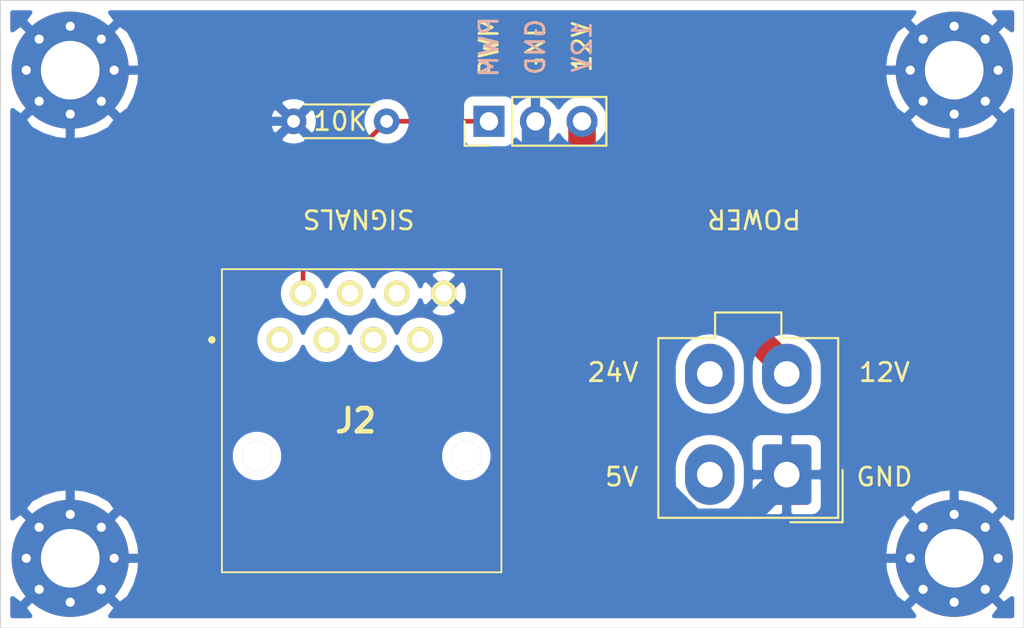
<source format=kicad_pcb>
(kicad_pcb (version 20171130) (host pcbnew "(5.1.4)-1")

  (general
    (thickness 1.6)
    (drawings 16)
    (tracks 23)
    (zones 0)
    (modules 8)
    (nets 12)
  )

  (page A4)
  (layers
    (0 F.Cu signal)
    (31 B.Cu signal)
    (32 B.Adhes user)
    (33 F.Adhes user)
    (34 B.Paste user)
    (35 F.Paste user)
    (36 B.SilkS user)
    (37 F.SilkS user)
    (38 B.Mask user)
    (39 F.Mask user)
    (40 Dwgs.User user)
    (41 Cmts.User user)
    (42 Eco1.User user)
    (43 Eco2.User user)
    (44 Edge.Cuts user)
    (45 Margin user)
    (46 B.CrtYd user)
    (47 F.CrtYd user)
    (48 B.Fab user)
    (49 F.Fab user hide)
  )

  (setup
    (last_trace_width 0.25)
    (user_trace_width 0.5)
    (user_trace_width 1)
    (user_trace_width 1.5)
    (trace_clearance 0.2)
    (zone_clearance 0.508)
    (zone_45_only no)
    (trace_min 0.2)
    (via_size 0.8)
    (via_drill 0.4)
    (via_min_size 0.4)
    (via_min_drill 0.3)
    (uvia_size 0.3)
    (uvia_drill 0.1)
    (uvias_allowed no)
    (uvia_min_size 0.2)
    (uvia_min_drill 0.1)
    (edge_width 0.05)
    (segment_width 0.2)
    (pcb_text_width 0.3)
    (pcb_text_size 1.5 1.5)
    (mod_edge_width 0.12)
    (mod_text_size 1 1)
    (mod_text_width 0.15)
    (pad_size 1.524 1.524)
    (pad_drill 0.762)
    (pad_to_mask_clearance 0.051)
    (solder_mask_min_width 0.25)
    (aux_axis_origin 0 0)
    (visible_elements 7FFFFF7F)
    (pcbplotparams
      (layerselection 0x010fc_ffffffff)
      (usegerberextensions false)
      (usegerberattributes false)
      (usegerberadvancedattributes false)
      (creategerberjobfile false)
      (excludeedgelayer true)
      (linewidth 0.100000)
      (plotframeref false)
      (viasonmask false)
      (mode 1)
      (useauxorigin false)
      (hpglpennumber 1)
      (hpglpenspeed 20)
      (hpglpendiameter 15.000000)
      (psnegative false)
      (psa4output false)
      (plotreference true)
      (plotvalue true)
      (plotinvisibletext false)
      (padsonsilk false)
      (subtractmaskfromsilk false)
      (outputformat 1)
      (mirror false)
      (drillshape 1)
      (scaleselection 1)
      (outputdirectory ""))
  )

  (net 0 "")
  (net 1 GND)
  (net 2 5V)
  (net 3 12V)
  (net 4 24V)
  (net 5 "Net-(J2-Pad3)")
  (net 6 "Net-(J2-Pad4)")
  (net 7 "Net-(J2-Pad5)")
  (net 8 "Net-(J2-Pad6)")
  (net 9 "Net-(J2-Pad7)")
  (net 10 2)
  (net 11 "Net-(J2-Pad1)")

  (net_class Default "This is the default net class."
    (clearance 0.2)
    (trace_width 0.25)
    (via_dia 0.8)
    (via_drill 0.4)
    (uvia_dia 0.3)
    (uvia_drill 0.1)
    (add_net 12V)
    (add_net 2)
    (add_net 24V)
    (add_net 5V)
    (add_net GND)
    (add_net "Net-(J2-Pad1)")
    (add_net "Net-(J2-Pad3)")
    (add_net "Net-(J2-Pad4)")
    (add_net "Net-(J2-Pad5)")
    (add_net "Net-(J2-Pad6)")
    (add_net "Net-(J2-Pad7)")
  )

  (module 949:949 (layer F.Cu) (tedit 5E9524B6) (tstamp 5E958056)
    (at 105.41 89.662)
    (descr 949)
    (tags Connector)
    (path /5E952BC7)
    (fp_text reference J2 (at 4.155 4.42) (layer F.SilkS)
      (effects (font (size 1.27 1.27) (thickness 0.254)))
    )
    (fp_text value 949 (at 4.155 4.42) (layer F.SilkS) hide
      (effects (font (size 1.27 1.27) (thickness 0.254)))
    )
    (fp_line (start -3.15 -3.86) (end 12.11 -3.86) (layer Dwgs.User) (width 0.2))
    (fp_line (start 12.11 -3.86) (end 12.11 12.7) (layer Dwgs.User) (width 0.2))
    (fp_line (start 12.11 12.7) (end -3.15 12.7) (layer Dwgs.User) (width 0.2))
    (fp_line (start -3.15 12.7) (end -3.15 -3.86) (layer Dwgs.User) (width 0.2))
    (fp_line (start -3.15 -3.86) (end 12.11 -3.86) (layer F.SilkS) (width 0.1))
    (fp_line (start 12.11 -3.86) (end 12.11 12.7) (layer F.SilkS) (width 0.1))
    (fp_line (start 12.11 12.7) (end -3.15 12.7) (layer F.SilkS) (width 0.1))
    (fp_line (start -3.15 12.7) (end -3.15 -3.86) (layer F.SilkS) (width 0.1))
    (fp_line (start -4.8 -4.86) (end 13.11 -4.86) (layer Dwgs.User) (width 0.1))
    (fp_line (start 13.11 -4.86) (end 13.11 13.7) (layer Dwgs.User) (width 0.1))
    (fp_line (start 13.11 13.7) (end -4.8 13.7) (layer Dwgs.User) (width 0.1))
    (fp_line (start -4.8 13.7) (end -4.8 -4.86) (layer Dwgs.User) (width 0.1))
    (fp_line (start -3.7 -0.1) (end -3.7 -0.1) (layer F.SilkS) (width 0.2))
    (fp_line (start -3.7 0.1) (end -3.7 0.1) (layer F.SilkS) (width 0.2))
    (fp_arc (start -3.7 0) (end -3.7 -0.1) (angle 180) (layer F.SilkS) (width 0.2))
    (fp_arc (start -3.7 0) (end -3.7 0.1) (angle 180) (layer F.SilkS) (width 0.2))
    (pad 1 thru_hole circle (at 0 0 90) (size 1.4 1.4) (drill 0.9) (layers *.Cu *.Mask F.SilkS)
      (net 11 "Net-(J2-Pad1)"))
    (pad 2 thru_hole circle (at 1.28 -2.54 90) (size 1.4 1.4) (drill 0.9) (layers *.Cu *.Mask F.SilkS)
      (net 10 2))
    (pad 3 thru_hole circle (at 2.56 0 90) (size 1.4 1.4) (drill 0.9) (layers *.Cu *.Mask F.SilkS)
      (net 5 "Net-(J2-Pad3)"))
    (pad 4 thru_hole circle (at 3.84 -2.54 90) (size 1.4 1.4) (drill 0.9) (layers *.Cu *.Mask F.SilkS)
      (net 6 "Net-(J2-Pad4)"))
    (pad 5 thru_hole circle (at 5.12 0 90) (size 1.4 1.4) (drill 0.9) (layers *.Cu *.Mask F.SilkS)
      (net 7 "Net-(J2-Pad5)"))
    (pad 6 thru_hole circle (at 6.4 -2.54 90) (size 1.4 1.4) (drill 0.9) (layers *.Cu *.Mask F.SilkS)
      (net 8 "Net-(J2-Pad6)"))
    (pad 7 thru_hole circle (at 7.68 0 90) (size 1.4 1.4) (drill 0.9) (layers *.Cu *.Mask F.SilkS)
      (net 9 "Net-(J2-Pad7)"))
    (pad 8 thru_hole circle (at 8.96 -2.54 90) (size 1.4 1.4) (drill 0.9) (layers *.Cu *.Mask F.SilkS)
      (net 1 GND))
    (pad 9 thru_hole circle (at -1.235 6.35 90) (size 1.625 1.625) (drill 3.25) (layers *.Cu *.Mask F.SilkS))
    (pad 10 thru_hole circle (at 10.195 6.35 90) (size 1.625 1.625) (drill 3.25) (layers *.Cu *.Mask F.SilkS))
    (model ${KIPRJMOD}/../libs/Keystone949/949.stp
      (at (xyz 0 0 0))
      (scale (xyz 1 1 1))
      (rotate (xyz 0 0 0))
    )
  )

  (module Connector_Molex:Molex_Mini-Fit_Jr_5566-04A_2x02_P4.20mm_Vertical (layer F.Cu) (tedit 5B781992) (tstamp 5E95808C)
    (at 133.096 97.028 180)
    (descr "Molex Mini-Fit Jr. Power Connectors, old mpn/engineering number: 5566-04A, example for new mpn: 39-28-x04x, 2 Pins per row, Mounting:  (http://www.molex.com/pdm_docs/sd/039281043_sd.pdf), generated with kicad-footprint-generator")
    (tags "connector Molex Mini-Fit_Jr side entry")
    (path /5E95382E)
    (fp_text reference J3 (at 2.032 -3.556) (layer F.SilkS) hide
      (effects (font (size 1 1) (thickness 0.15)))
    )
    (fp_text value MiniFitPower (at 2.1 9.95) (layer F.Fab)
      (effects (font (size 1 1) (thickness 0.15)))
    )
    (fp_line (start -2.7 -2.25) (end -2.7 7.35) (layer F.Fab) (width 0.1))
    (fp_line (start -2.7 7.35) (end 6.9 7.35) (layer F.Fab) (width 0.1))
    (fp_line (start 6.9 7.35) (end 6.9 -2.25) (layer F.Fab) (width 0.1))
    (fp_line (start 6.9 -2.25) (end -2.7 -2.25) (layer F.Fab) (width 0.1))
    (fp_line (start 0.4 7.35) (end 0.4 8.75) (layer F.Fab) (width 0.1))
    (fp_line (start 0.4 8.75) (end 3.8 8.75) (layer F.Fab) (width 0.1))
    (fp_line (start 3.8 8.75) (end 3.8 7.35) (layer F.Fab) (width 0.1))
    (fp_line (start -1.65 -1) (end -1.65 2.3) (layer F.Fab) (width 0.1))
    (fp_line (start -1.65 2.3) (end 1.65 2.3) (layer F.Fab) (width 0.1))
    (fp_line (start 1.65 2.3) (end 1.65 -1) (layer F.Fab) (width 0.1))
    (fp_line (start 1.65 -1) (end -1.65 -1) (layer F.Fab) (width 0.1))
    (fp_line (start -1.65 6.5) (end -1.65 4.025) (layer F.Fab) (width 0.1))
    (fp_line (start -1.65 4.025) (end -0.825 3.2) (layer F.Fab) (width 0.1))
    (fp_line (start -0.825 3.2) (end 0.825 3.2) (layer F.Fab) (width 0.1))
    (fp_line (start 0.825 3.2) (end 1.65 4.025) (layer F.Fab) (width 0.1))
    (fp_line (start 1.65 4.025) (end 1.65 6.5) (layer F.Fab) (width 0.1))
    (fp_line (start 1.65 6.5) (end -1.65 6.5) (layer F.Fab) (width 0.1))
    (fp_line (start 2.55 3.2) (end 2.55 6.5) (layer F.Fab) (width 0.1))
    (fp_line (start 2.55 6.5) (end 5.85 6.5) (layer F.Fab) (width 0.1))
    (fp_line (start 5.85 6.5) (end 5.85 3.2) (layer F.Fab) (width 0.1))
    (fp_line (start 5.85 3.2) (end 2.55 3.2) (layer F.Fab) (width 0.1))
    (fp_line (start 2.55 2.3) (end 2.55 -0.175) (layer F.Fab) (width 0.1))
    (fp_line (start 2.55 -0.175) (end 3.375 -1) (layer F.Fab) (width 0.1))
    (fp_line (start 3.375 -1) (end 5.025 -1) (layer F.Fab) (width 0.1))
    (fp_line (start 5.025 -1) (end 5.85 -0.175) (layer F.Fab) (width 0.1))
    (fp_line (start 5.85 -0.175) (end 5.85 2.3) (layer F.Fab) (width 0.1))
    (fp_line (start 5.85 2.3) (end 2.55 2.3) (layer F.Fab) (width 0.1))
    (fp_line (start 2.1 -2.36) (end -2.81 -2.36) (layer F.SilkS) (width 0.12))
    (fp_line (start -2.81 -2.36) (end -2.81 7.46) (layer F.SilkS) (width 0.12))
    (fp_line (start -2.81 7.46) (end 0.29 7.46) (layer F.SilkS) (width 0.12))
    (fp_line (start 0.29 7.46) (end 0.29 8.86) (layer F.SilkS) (width 0.12))
    (fp_line (start 0.29 8.86) (end 2.1 8.86) (layer F.SilkS) (width 0.12))
    (fp_line (start 2.1 -2.36) (end 7.01 -2.36) (layer F.SilkS) (width 0.12))
    (fp_line (start 7.01 -2.36) (end 7.01 7.46) (layer F.SilkS) (width 0.12))
    (fp_line (start 7.01 7.46) (end 3.91 7.46) (layer F.SilkS) (width 0.12))
    (fp_line (start 3.91 7.46) (end 3.91 8.86) (layer F.SilkS) (width 0.12))
    (fp_line (start 3.91 8.86) (end 2.1 8.86) (layer F.SilkS) (width 0.12))
    (fp_line (start -0.2 -2.6) (end -3.05 -2.6) (layer F.SilkS) (width 0.12))
    (fp_line (start -3.05 -2.6) (end -3.05 0.25) (layer F.SilkS) (width 0.12))
    (fp_line (start -0.2 -2.6) (end -3.05 -2.6) (layer F.Fab) (width 0.1))
    (fp_line (start -3.05 -2.6) (end -3.05 0.25) (layer F.Fab) (width 0.1))
    (fp_line (start -3.2 -2.75) (end -3.2 9.25) (layer F.CrtYd) (width 0.05))
    (fp_line (start -3.2 9.25) (end 7.4 9.25) (layer F.CrtYd) (width 0.05))
    (fp_line (start 7.4 9.25) (end 7.4 -2.75) (layer F.CrtYd) (width 0.05))
    (fp_line (start 7.4 -2.75) (end -3.2 -2.75) (layer F.CrtYd) (width 0.05))
    (fp_text user %R (at 2.1 -1.55) (layer F.Fab)
      (effects (font (size 1 1) (thickness 0.15)))
    )
    (pad 1 thru_hole roundrect (at 0 0 180) (size 2.7 3.3) (drill 1.4) (layers *.Cu *.Mask) (roundrect_rratio 0.09259299999999999)
      (net 1 GND))
    (pad 2 thru_hole oval (at 4.2 0 180) (size 2.7 3.3) (drill 1.4) (layers *.Cu *.Mask)
      (net 2 5V))
    (pad 3 thru_hole oval (at 0 5.5 180) (size 2.7 3.3) (drill 1.4) (layers *.Cu *.Mask)
      (net 3 12V))
    (pad 4 thru_hole oval (at 4.2 5.5 180) (size 2.7 3.3) (drill 1.4) (layers *.Cu *.Mask)
      (net 4 24V))
    (model ${KIPRJMOD}/../libs/039281043.stp
      (offset (xyz 2.1 -2.5 0))
      (scale (xyz 1 1 1))
      (rotate (xyz -90 0 180))
    )
  )

  (module MountingHole:MountingHole_3.2mm_M3_Pad_Via (layer F.Cu) (tedit 56DDBCCA) (tstamp 5E958AD6)
    (at 93.98 101.6)
    (descr "Mounting Hole 3.2mm, M3")
    (tags "mounting hole 3.2mm m3")
    (path /5E9547C8)
    (attr virtual)
    (fp_text reference H1 (at 0 -4.2) (layer F.SilkS) hide
      (effects (font (size 1 1) (thickness 0.15)))
    )
    (fp_text value MountingHole_Pad (at 0 4.2) (layer F.Fab)
      (effects (font (size 1 1) (thickness 0.15)))
    )
    (fp_text user %R (at 0.3 0) (layer F.Fab)
      (effects (font (size 1 1) (thickness 0.15)))
    )
    (fp_circle (center 0 0) (end 3.2 0) (layer Cmts.User) (width 0.15))
    (fp_circle (center 0 0) (end 3.45 0) (layer F.CrtYd) (width 0.05))
    (pad 1 thru_hole circle (at 0 0) (size 6.4 6.4) (drill 3.2) (layers *.Cu *.Mask)
      (net 1 GND))
    (pad 1 thru_hole circle (at 2.4 0) (size 0.8 0.8) (drill 0.5) (layers *.Cu *.Mask)
      (net 1 GND))
    (pad 1 thru_hole circle (at 1.697056 1.697056) (size 0.8 0.8) (drill 0.5) (layers *.Cu *.Mask)
      (net 1 GND))
    (pad 1 thru_hole circle (at 0 2.4) (size 0.8 0.8) (drill 0.5) (layers *.Cu *.Mask)
      (net 1 GND))
    (pad 1 thru_hole circle (at -1.697056 1.697056) (size 0.8 0.8) (drill 0.5) (layers *.Cu *.Mask)
      (net 1 GND))
    (pad 1 thru_hole circle (at -2.4 0) (size 0.8 0.8) (drill 0.5) (layers *.Cu *.Mask)
      (net 1 GND))
    (pad 1 thru_hole circle (at -1.697056 -1.697056) (size 0.8 0.8) (drill 0.5) (layers *.Cu *.Mask)
      (net 1 GND))
    (pad 1 thru_hole circle (at 0 -2.4) (size 0.8 0.8) (drill 0.5) (layers *.Cu *.Mask)
      (net 1 GND))
    (pad 1 thru_hole circle (at 1.697056 -1.697056) (size 0.8 0.8) (drill 0.5) (layers *.Cu *.Mask)
      (net 1 GND))
  )

  (module MountingHole:MountingHole_3.2mm_M3_Pad_Via (layer F.Cu) (tedit 56DDBCCA) (tstamp 5E958A08)
    (at 142.24 101.6)
    (descr "Mounting Hole 3.2mm, M3")
    (tags "mounting hole 3.2mm m3")
    (path /5E954AB6)
    (attr virtual)
    (fp_text reference H2 (at 0 -4.2) (layer F.SilkS) hide
      (effects (font (size 1 1) (thickness 0.15)))
    )
    (fp_text value MountingHole_Pad (at 0 4.2) (layer F.Fab)
      (effects (font (size 1 1) (thickness 0.15)))
    )
    (fp_circle (center 0 0) (end 3.45 0) (layer F.CrtYd) (width 0.05))
    (fp_circle (center 0 0) (end 3.2 0) (layer Cmts.User) (width 0.15))
    (fp_text user %R (at 0.3 0) (layer F.Fab)
      (effects (font (size 1 1) (thickness 0.15)))
    )
    (pad 1 thru_hole circle (at 1.697056 -1.697056) (size 0.8 0.8) (drill 0.5) (layers *.Cu *.Mask)
      (net 1 GND))
    (pad 1 thru_hole circle (at 0 -2.4) (size 0.8 0.8) (drill 0.5) (layers *.Cu *.Mask)
      (net 1 GND))
    (pad 1 thru_hole circle (at -1.697056 -1.697056) (size 0.8 0.8) (drill 0.5) (layers *.Cu *.Mask)
      (net 1 GND))
    (pad 1 thru_hole circle (at -2.4 0) (size 0.8 0.8) (drill 0.5) (layers *.Cu *.Mask)
      (net 1 GND))
    (pad 1 thru_hole circle (at -1.697056 1.697056) (size 0.8 0.8) (drill 0.5) (layers *.Cu *.Mask)
      (net 1 GND))
    (pad 1 thru_hole circle (at 0 2.4) (size 0.8 0.8) (drill 0.5) (layers *.Cu *.Mask)
      (net 1 GND))
    (pad 1 thru_hole circle (at 1.697056 1.697056) (size 0.8 0.8) (drill 0.5) (layers *.Cu *.Mask)
      (net 1 GND))
    (pad 1 thru_hole circle (at 2.4 0) (size 0.8 0.8) (drill 0.5) (layers *.Cu *.Mask)
      (net 1 GND))
    (pad 1 thru_hole circle (at 0 0) (size 6.4 6.4) (drill 3.2) (layers *.Cu *.Mask)
      (net 1 GND))
  )

  (module MountingHole:MountingHole_3.2mm_M3_Pad_Via (layer F.Cu) (tedit 56DDBCCA) (tstamp 5E958A18)
    (at 93.98 74.93)
    (descr "Mounting Hole 3.2mm, M3")
    (tags "mounting hole 3.2mm m3")
    (path /5E954DBF)
    (attr virtual)
    (fp_text reference H3 (at 0 -4.2) (layer F.SilkS) hide
      (effects (font (size 1 1) (thickness 0.15)))
    )
    (fp_text value MountingHole_Pad (at 0 4.2) (layer F.Fab)
      (effects (font (size 1 1) (thickness 0.15)))
    )
    (fp_text user %R (at 0.3 0) (layer F.Fab)
      (effects (font (size 1 1) (thickness 0.15)))
    )
    (fp_circle (center 0 0) (end 3.2 0) (layer Cmts.User) (width 0.15))
    (fp_circle (center 0 0) (end 3.45 0) (layer F.CrtYd) (width 0.05))
    (pad 1 thru_hole circle (at 0 0) (size 6.4 6.4) (drill 3.2) (layers *.Cu *.Mask)
      (net 1 GND))
    (pad 1 thru_hole circle (at 2.4 0) (size 0.8 0.8) (drill 0.5) (layers *.Cu *.Mask)
      (net 1 GND))
    (pad 1 thru_hole circle (at 1.697056 1.697056) (size 0.8 0.8) (drill 0.5) (layers *.Cu *.Mask)
      (net 1 GND))
    (pad 1 thru_hole circle (at 0 2.4) (size 0.8 0.8) (drill 0.5) (layers *.Cu *.Mask)
      (net 1 GND))
    (pad 1 thru_hole circle (at -1.697056 1.697056) (size 0.8 0.8) (drill 0.5) (layers *.Cu *.Mask)
      (net 1 GND))
    (pad 1 thru_hole circle (at -2.4 0) (size 0.8 0.8) (drill 0.5) (layers *.Cu *.Mask)
      (net 1 GND))
    (pad 1 thru_hole circle (at -1.697056 -1.697056) (size 0.8 0.8) (drill 0.5) (layers *.Cu *.Mask)
      (net 1 GND))
    (pad 1 thru_hole circle (at 0 -2.4) (size 0.8 0.8) (drill 0.5) (layers *.Cu *.Mask)
      (net 1 GND))
    (pad 1 thru_hole circle (at 1.697056 -1.697056) (size 0.8 0.8) (drill 0.5) (layers *.Cu *.Mask)
      (net 1 GND))
  )

  (module MountingHole:MountingHole_3.2mm_M3_Pad_Via (layer F.Cu) (tedit 56DDBCCA) (tstamp 5E958A28)
    (at 142.24 74.93)
    (descr "Mounting Hole 3.2mm, M3")
    (tags "mounting hole 3.2mm m3")
    (path /5E9550BB)
    (attr virtual)
    (fp_text reference H4 (at 0 -4.2) (layer F.SilkS) hide
      (effects (font (size 1 1) (thickness 0.15)))
    )
    (fp_text value MountingHole_Pad (at 0 4.2) (layer F.Fab)
      (effects (font (size 1 1) (thickness 0.15)))
    )
    (fp_circle (center 0 0) (end 3.45 0) (layer F.CrtYd) (width 0.05))
    (fp_circle (center 0 0) (end 3.2 0) (layer Cmts.User) (width 0.15))
    (fp_text user %R (at 0.3 0) (layer F.Fab)
      (effects (font (size 1 1) (thickness 0.15)))
    )
    (pad 1 thru_hole circle (at 1.697056 -1.697056) (size 0.8 0.8) (drill 0.5) (layers *.Cu *.Mask)
      (net 1 GND))
    (pad 1 thru_hole circle (at 0 -2.4) (size 0.8 0.8) (drill 0.5) (layers *.Cu *.Mask)
      (net 1 GND))
    (pad 1 thru_hole circle (at -1.697056 -1.697056) (size 0.8 0.8) (drill 0.5) (layers *.Cu *.Mask)
      (net 1 GND))
    (pad 1 thru_hole circle (at -2.4 0) (size 0.8 0.8) (drill 0.5) (layers *.Cu *.Mask)
      (net 1 GND))
    (pad 1 thru_hole circle (at -1.697056 1.697056) (size 0.8 0.8) (drill 0.5) (layers *.Cu *.Mask)
      (net 1 GND))
    (pad 1 thru_hole circle (at 0 2.4) (size 0.8 0.8) (drill 0.5) (layers *.Cu *.Mask)
      (net 1 GND))
    (pad 1 thru_hole circle (at 1.697056 1.697056) (size 0.8 0.8) (drill 0.5) (layers *.Cu *.Mask)
      (net 1 GND))
    (pad 1 thru_hole circle (at 2.4 0) (size 0.8 0.8) (drill 0.5) (layers *.Cu *.Mask)
      (net 1 GND))
    (pad 1 thru_hole circle (at 0 0) (size 6.4 6.4) (drill 3.2) (layers *.Cu *.Mask)
      (net 1 GND))
  )

  (module Connector_PinHeader_2.54mm:PinHeader_1x03_P2.54mm_Vertical (layer F.Cu) (tedit 59FED5CC) (tstamp 5E958760)
    (at 116.84 77.724 90)
    (descr "Through hole straight pin header, 1x03, 2.54mm pitch, single row")
    (tags "Through hole pin header THT 1x03 2.54mm single row")
    (path /5E95346B)
    (fp_text reference J1 (at 0 -2.33 90) (layer F.SilkS) hide
      (effects (font (size 1 1) (thickness 0.15)))
    )
    (fp_text value LASER_CONN (at 0 7.41 90) (layer F.Fab)
      (effects (font (size 1 1) (thickness 0.15)))
    )
    (fp_line (start -0.635 -1.27) (end 1.27 -1.27) (layer F.Fab) (width 0.1))
    (fp_line (start 1.27 -1.27) (end 1.27 6.35) (layer F.Fab) (width 0.1))
    (fp_line (start 1.27 6.35) (end -1.27 6.35) (layer F.Fab) (width 0.1))
    (fp_line (start -1.27 6.35) (end -1.27 -0.635) (layer F.Fab) (width 0.1))
    (fp_line (start -1.27 -0.635) (end -0.635 -1.27) (layer F.Fab) (width 0.1))
    (fp_line (start -1.33 6.41) (end 1.33 6.41) (layer F.SilkS) (width 0.12))
    (fp_line (start -1.33 1.27) (end -1.33 6.41) (layer F.SilkS) (width 0.12))
    (fp_line (start 1.33 1.27) (end 1.33 6.41) (layer F.SilkS) (width 0.12))
    (fp_line (start -1.33 1.27) (end 1.33 1.27) (layer F.SilkS) (width 0.12))
    (fp_line (start -1.33 0) (end -1.33 -1.33) (layer F.SilkS) (width 0.12))
    (fp_line (start -1.33 -1.33) (end 0 -1.33) (layer F.SilkS) (width 0.12))
    (fp_line (start -1.8 -1.8) (end -1.8 6.85) (layer F.CrtYd) (width 0.05))
    (fp_line (start -1.8 6.85) (end 1.8 6.85) (layer F.CrtYd) (width 0.05))
    (fp_line (start 1.8 6.85) (end 1.8 -1.8) (layer F.CrtYd) (width 0.05))
    (fp_line (start 1.8 -1.8) (end -1.8 -1.8) (layer F.CrtYd) (width 0.05))
    (fp_text user %R (at 0 2.54) (layer F.Fab)
      (effects (font (size 1 1) (thickness 0.15)))
    )
    (pad 1 thru_hole rect (at 0 0 90) (size 1.7 1.7) (drill 1) (layers *.Cu *.Mask)
      (net 10 2))
    (pad 2 thru_hole oval (at 0 2.54 90) (size 1.7 1.7) (drill 1) (layers *.Cu *.Mask)
      (net 1 GND))
    (pad 3 thru_hole oval (at 0 5.08 90) (size 1.7 1.7) (drill 1) (layers *.Cu *.Mask)
      (net 3 12V))
    (model ${KISYS3DMOD}/Connector_PinHeader_2.54mm.3dshapes/PinHeader_1x03_P2.54mm_Vertical.wrl
      (at (xyz 0 0 0))
      (scale (xyz 1 1 1))
      (rotate (xyz 0 0 0))
    )
  )

  (module Resistor_THT:R_Axial_DIN0204_L3.6mm_D1.6mm_P5.08mm_Horizontal (layer F.Cu) (tedit 5AE5139B) (tstamp 5EA24E6E)
    (at 106.172 77.724)
    (descr "Resistor, Axial_DIN0204 series, Axial, Horizontal, pin pitch=5.08mm, 0.167W, length*diameter=3.6*1.6mm^2, http://cdn-reichelt.de/documents/datenblatt/B400/1_4W%23YAG.pdf")
    (tags "Resistor Axial_DIN0204 series Axial Horizontal pin pitch 5.08mm 0.167W length 3.6mm diameter 1.6mm")
    (path /5EA20099)
    (fp_text reference R1 (at 2.54 -1.92) (layer F.SilkS) hide
      (effects (font (size 1 1) (thickness 0.15)))
    )
    (fp_text value 10K (at 2.54 0) (layer F.SilkS)
      (effects (font (size 1 1) (thickness 0.15)))
    )
    (fp_line (start 0.74 -0.8) (end 0.74 0.8) (layer F.Fab) (width 0.1))
    (fp_line (start 0.74 0.8) (end 4.34 0.8) (layer F.Fab) (width 0.1))
    (fp_line (start 4.34 0.8) (end 4.34 -0.8) (layer F.Fab) (width 0.1))
    (fp_line (start 4.34 -0.8) (end 0.74 -0.8) (layer F.Fab) (width 0.1))
    (fp_line (start 0 0) (end 0.74 0) (layer F.Fab) (width 0.1))
    (fp_line (start 5.08 0) (end 4.34 0) (layer F.Fab) (width 0.1))
    (fp_line (start 0.62 -0.92) (end 4.46 -0.92) (layer F.SilkS) (width 0.12))
    (fp_line (start 0.62 0.92) (end 4.46 0.92) (layer F.SilkS) (width 0.12))
    (fp_line (start -0.95 -1.05) (end -0.95 1.05) (layer F.CrtYd) (width 0.05))
    (fp_line (start -0.95 1.05) (end 6.03 1.05) (layer F.CrtYd) (width 0.05))
    (fp_line (start 6.03 1.05) (end 6.03 -1.05) (layer F.CrtYd) (width 0.05))
    (fp_line (start 6.03 -1.05) (end -0.95 -1.05) (layer F.CrtYd) (width 0.05))
    (fp_text user %R (at 2.54 0) (layer F.Fab)
      (effects (font (size 0.72 0.72) (thickness 0.108)))
    )
    (pad 1 thru_hole circle (at 0 0) (size 1.4 1.4) (drill 0.7) (layers *.Cu *.Mask)
      (net 1 GND))
    (pad 2 thru_hole oval (at 5.08 0) (size 1.4 1.4) (drill 0.7) (layers *.Cu *.Mask)
      (net 10 2))
    (model ${KISYS3DMOD}/Resistor_THT.3dshapes/R_Axial_DIN0204_L3.6mm_D1.6mm_P5.08mm_Horizontal.wrl
      (at (xyz 0 0 0))
      (scale (xyz 1 1 1))
      (rotate (xyz 0 0 0))
    )
  )

  (gr_text GND (at 119.38 73.66 90) (layer B.SilkS) (tstamp 5E958865)
    (effects (font (size 1 1) (thickness 0.15)) (justify mirror))
  )
  (gr_text 12V (at 121.92 73.66 90) (layer B.SilkS) (tstamp 5E958864)
    (effects (font (size 1 1) (thickness 0.15)) (justify mirror))
  )
  (gr_text PWM (at 116.84 73.66 90) (layer B.SilkS) (tstamp 5E958863)
    (effects (font (size 1 1) (thickness 0.15)) (justify mirror))
  )
  (gr_text 12V (at 121.92 73.66 90) (layer F.SilkS) (tstamp 5E95885A)
    (effects (font (size 1 1) (thickness 0.15)))
  )
  (gr_text GND (at 119.38 73.66 90) (layer F.SilkS) (tstamp 5E958858)
    (effects (font (size 1 1) (thickness 0.15)))
  )
  (gr_text PWM (at 116.84 73.66 90) (layer F.SilkS) (tstamp 5E958850)
    (effects (font (size 1 1) (thickness 0.15)))
  )
  (gr_text POWER (at 131.318 83.058 180) (layer F.SilkS) (tstamp 5E958DD7)
    (effects (font (size 1 1) (thickness 0.15)))
  )
  (gr_text SIGNALS (at 109.728 83.058 180) (layer F.SilkS) (tstamp 5E958C50)
    (effects (font (size 1 1) (thickness 0.15)))
  )
  (gr_text 24V (at 125.095 91.44) (layer F.SilkS) (tstamp 5E958BDA)
    (effects (font (size 1 1) (thickness 0.15)) (justify right))
  )
  (gr_text 12V (at 138.43 91.44) (layer F.SilkS) (tstamp 5E958BD4)
    (effects (font (size 1 1) (thickness 0.15)))
  )
  (gr_text 5V (at 125.095 97.155) (layer F.SilkS) (tstamp 5E958BD1)
    (effects (font (size 1 1) (thickness 0.15)) (justify right))
  )
  (gr_text GND (at 138.43 97.155) (layer F.SilkS)
    (effects (font (size 1 1) (thickness 0.15)))
  )
  (gr_line (start 90.17 105.41) (end 90.17 71.12) (layer Edge.Cuts) (width 0.05) (tstamp 5E958BC8))
  (gr_line (start 146.05 105.41) (end 90.17 105.41) (layer Edge.Cuts) (width 0.05))
  (gr_line (start 146.05 71.12) (end 146.05 105.41) (layer Edge.Cuts) (width 0.05))
  (gr_line (start 90.17 71.12) (end 146.05 71.12) (layer Edge.Cuts) (width 0.05))

  (segment (start 119.38 82.112) (end 119.38 77.724) (width 0.5) (layer B.Cu) (net 1))
  (segment (start 114.37 87.122) (end 119.38 82.112) (width 0.5) (layer B.Cu) (net 1))
  (segment (start 93.98 74.93) (end 142.24 74.93) (width 0.5) (layer B.Cu) (net 1))
  (segment (start 142.24 74.93) (end 142.24 101.6) (width 0.5) (layer B.Cu) (net 1))
  (segment (start 142.24 101.6) (end 93.98 101.6) (width 0.5) (layer B.Cu) (net 1))
  (segment (start 93.98 74.93) (end 93.98 101.6) (width 0.5) (layer B.Cu) (net 1))
  (segment (start 137.668 97.028) (end 142.24 101.6) (width 0.5) (layer B.Cu) (net 1))
  (segment (start 133.096 97.028) (end 137.668 97.028) (width 0.5) (layer B.Cu) (net 1))
  (segment (start 131.67529 98.44871) (end 133.096 97.028) (width 1.5) (layer B.Cu) (net 1))
  (segment (start 130.49599 99.62801) (end 131.67529 98.44871) (width 1.5) (layer B.Cu) (net 1))
  (segment (start 127.943305 99.62801) (end 130.49599 99.62801) (width 1.5) (layer B.Cu) (net 1))
  (segment (start 119.38 77.724) (end 119.38 91.064705) (width 1.5) (layer B.Cu) (net 1))
  (segment (start 119.38 91.064705) (end 127.943305 99.62801) (width 1.5) (layer B.Cu) (net 1))
  (segment (start 96.774 77.724) (end 93.98 74.93) (width 0.5) (layer B.Cu) (net 1))
  (segment (start 106.172 77.724) (end 96.774 77.724) (width 0.5) (layer B.Cu) (net 1))
  (segment (start 121.92 78.926081) (end 121.92 77.724) (width 1.5) (layer F.Cu) (net 3))
  (segment (start 121.92 80.052) (end 121.92 78.926081) (width 1.5) (layer F.Cu) (net 3))
  (segment (start 133.096 91.528) (end 133.096 91.228) (width 1.5) (layer F.Cu) (net 3))
  (segment (start 133.096 91.228) (end 121.92 80.052) (width 1.5) (layer F.Cu) (net 3))
  (segment (start 112.241949 77.724) (end 116.84 77.724) (width 0.25) (layer F.Cu) (net 10))
  (segment (start 111.252 77.724) (end 112.241949 77.724) (width 0.25) (layer F.Cu) (net 10))
  (segment (start 106.69 82.286) (end 111.252 77.724) (width 0.25) (layer F.Cu) (net 10))
  (segment (start 106.69 87.122) (end 106.69 82.286) (width 0.25) (layer F.Cu) (net 10))

  (zone (net 1) (net_name GND) (layer B.Cu) (tstamp 0) (hatch edge 0.508)
    (connect_pads (clearance 0.508))
    (min_thickness 0.254)
    (fill yes (arc_segments 32) (thermal_gap 0.508) (thermal_bridge_width 0.508))
    (polygon
      (pts
        (xy 146.05 71.12) (xy 146.05 105.41) (xy 90.17 105.41) (xy 90.17 71.12)
      )
    )
    (filled_polygon
      (pts
        (xy 91.458724 72.229119) (xy 93.98 74.750395) (xy 96.501276 72.229119) (xy 96.170914 71.78) (xy 140.049086 71.78)
        (xy 139.718724 72.229119) (xy 142.24 74.750395) (xy 144.761276 72.229119) (xy 144.430914 71.78) (xy 145.39 71.78)
        (xy 145.39 72.739086) (xy 144.940881 72.408724) (xy 142.419605 74.93) (xy 144.940881 77.451276) (xy 145.39 77.120914)
        (xy 145.390001 99.409086) (xy 144.940881 99.078724) (xy 142.419605 101.6) (xy 144.940881 104.121276) (xy 145.390001 103.790913)
        (xy 145.390001 104.75) (xy 144.430914 104.75) (xy 144.761276 104.300881) (xy 142.24 101.779605) (xy 139.718724 104.300881)
        (xy 140.049086 104.75) (xy 96.170914 104.75) (xy 96.501276 104.300881) (xy 93.98 101.779605) (xy 91.458724 104.300881)
        (xy 91.789086 104.75) (xy 90.83 104.75) (xy 90.83 103.790914) (xy 91.279119 104.121276) (xy 93.800395 101.6)
        (xy 94.159605 101.6) (xy 96.680881 104.121276) (xy 97.170548 103.761088) (xy 97.530849 103.097118) (xy 97.754694 102.375615)
        (xy 97.83348 101.624305) (xy 97.829002 101.575695) (xy 138.38652 101.575695) (xy 138.455822 102.327938) (xy 138.670548 103.052208)
        (xy 139.022445 103.72067) (xy 139.049452 103.761088) (xy 139.539119 104.121276) (xy 142.060395 101.6) (xy 139.539119 99.078724)
        (xy 139.049452 99.438912) (xy 138.689151 100.102882) (xy 138.465306 100.824385) (xy 138.38652 101.575695) (xy 97.829002 101.575695)
        (xy 97.764178 100.872062) (xy 97.549452 100.147792) (xy 97.197555 99.47933) (xy 97.170548 99.438912) (xy 96.680881 99.078724)
        (xy 94.159605 101.6) (xy 93.800395 101.6) (xy 91.279119 99.078724) (xy 90.83 99.409086) (xy 90.83 98.899119)
        (xy 91.458724 98.899119) (xy 93.98 101.420395) (xy 96.501276 98.899119) (xy 96.141088 98.409452) (xy 95.477118 98.049151)
        (xy 94.755615 97.825306) (xy 94.004305 97.74652) (xy 93.252062 97.815822) (xy 92.527792 98.030548) (xy 91.85933 98.382445)
        (xy 91.818912 98.409452) (xy 91.458724 98.899119) (xy 90.83 98.899119) (xy 90.83 95.869434) (xy 102.7275 95.869434)
        (xy 102.7275 96.154566) (xy 102.783126 96.43422) (xy 102.892242 96.697648) (xy 103.050653 96.934728) (xy 103.252272 97.136347)
        (xy 103.489352 97.294758) (xy 103.75278 97.403874) (xy 104.032434 97.4595) (xy 104.317566 97.4595) (xy 104.59722 97.403874)
        (xy 104.860648 97.294758) (xy 105.097728 97.136347) (xy 105.299347 96.934728) (xy 105.457758 96.697648) (xy 105.566874 96.43422)
        (xy 105.6225 96.154566) (xy 105.6225 95.869434) (xy 114.1575 95.869434) (xy 114.1575 96.154566) (xy 114.213126 96.43422)
        (xy 114.322242 96.697648) (xy 114.480653 96.934728) (xy 114.682272 97.136347) (xy 114.919352 97.294758) (xy 115.18278 97.403874)
        (xy 115.462434 97.4595) (xy 115.747566 97.4595) (xy 116.02722 97.403874) (xy 116.290648 97.294758) (xy 116.527728 97.136347)
        (xy 116.729347 96.934728) (xy 116.887758 96.697648) (xy 116.915575 96.63049) (xy 126.911 96.63049) (xy 126.911 97.425509)
        (xy 126.939722 97.717127) (xy 127.053226 98.091301) (xy 127.237547 98.436143) (xy 127.485602 98.738398) (xy 127.787857 98.986453)
        (xy 128.132698 99.170774) (xy 128.506872 99.284278) (xy 128.896 99.322604) (xy 129.285127 99.284278) (xy 129.659301 99.170774)
        (xy 130.004143 98.986453) (xy 130.306398 98.738398) (xy 130.355965 98.678) (xy 131.107928 98.678) (xy 131.120188 98.802482)
        (xy 131.156498 98.92218) (xy 131.215463 99.032494) (xy 131.294815 99.129185) (xy 131.391506 99.208537) (xy 131.50182 99.267502)
        (xy 131.621518 99.303812) (xy 131.746 99.316072) (xy 132.81025 99.313) (xy 132.969 99.15425) (xy 132.969 97.155)
        (xy 133.223 97.155) (xy 133.223 99.15425) (xy 133.38175 99.313) (xy 134.446 99.316072) (xy 134.570482 99.303812)
        (xy 134.69018 99.267502) (xy 134.800494 99.208537) (xy 134.897185 99.129185) (xy 134.976537 99.032494) (xy 135.035502 98.92218)
        (xy 135.042497 98.899119) (xy 139.718724 98.899119) (xy 142.24 101.420395) (xy 144.761276 98.899119) (xy 144.401088 98.409452)
        (xy 143.737118 98.049151) (xy 143.015615 97.825306) (xy 142.264305 97.74652) (xy 141.512062 97.815822) (xy 140.787792 98.030548)
        (xy 140.11933 98.382445) (xy 140.078912 98.409452) (xy 139.718724 98.899119) (xy 135.042497 98.899119) (xy 135.071812 98.802482)
        (xy 135.084072 98.678) (xy 135.081 97.31375) (xy 134.92225 97.155) (xy 133.223 97.155) (xy 132.969 97.155)
        (xy 131.26975 97.155) (xy 131.111 97.31375) (xy 131.107928 98.678) (xy 130.355965 98.678) (xy 130.554453 98.436143)
        (xy 130.738774 98.091302) (xy 130.852278 97.717128) (xy 130.881 97.42551) (xy 130.881 96.630491) (xy 130.852278 96.338873)
        (xy 130.738774 95.964698) (xy 130.554453 95.619857) (xy 130.355966 95.378) (xy 131.107928 95.378) (xy 131.111 96.74225)
        (xy 131.26975 96.901) (xy 132.969 96.901) (xy 132.969 94.90175) (xy 133.223 94.90175) (xy 133.223 96.901)
        (xy 134.92225 96.901) (xy 135.081 96.74225) (xy 135.084072 95.378) (xy 135.071812 95.253518) (xy 135.035502 95.13382)
        (xy 134.976537 95.023506) (xy 134.897185 94.926815) (xy 134.800494 94.847463) (xy 134.69018 94.788498) (xy 134.570482 94.752188)
        (xy 134.446 94.739928) (xy 133.38175 94.743) (xy 133.223 94.90175) (xy 132.969 94.90175) (xy 132.81025 94.743)
        (xy 131.746 94.739928) (xy 131.621518 94.752188) (xy 131.50182 94.788498) (xy 131.391506 94.847463) (xy 131.294815 94.926815)
        (xy 131.215463 95.023506) (xy 131.156498 95.13382) (xy 131.120188 95.253518) (xy 131.107928 95.378) (xy 130.355966 95.378)
        (xy 130.306398 95.317602) (xy 130.004143 95.069547) (xy 129.659302 94.885226) (xy 129.285128 94.771722) (xy 128.896 94.733396)
        (xy 128.506873 94.771722) (xy 128.132699 94.885226) (xy 127.787858 95.069547) (xy 127.485603 95.317602) (xy 127.237547 95.619857)
        (xy 127.053226 95.964698) (xy 126.939722 96.338872) (xy 126.911 96.63049) (xy 116.915575 96.63049) (xy 116.996874 96.43422)
        (xy 117.0525 96.154566) (xy 117.0525 95.869434) (xy 116.996874 95.58978) (xy 116.887758 95.326352) (xy 116.729347 95.089272)
        (xy 116.527728 94.887653) (xy 116.290648 94.729242) (xy 116.02722 94.620126) (xy 115.747566 94.5645) (xy 115.462434 94.5645)
        (xy 115.18278 94.620126) (xy 114.919352 94.729242) (xy 114.682272 94.887653) (xy 114.480653 95.089272) (xy 114.322242 95.326352)
        (xy 114.213126 95.58978) (xy 114.1575 95.869434) (xy 105.6225 95.869434) (xy 105.566874 95.58978) (xy 105.457758 95.326352)
        (xy 105.299347 95.089272) (xy 105.097728 94.887653) (xy 104.860648 94.729242) (xy 104.59722 94.620126) (xy 104.317566 94.5645)
        (xy 104.032434 94.5645) (xy 103.75278 94.620126) (xy 103.489352 94.729242) (xy 103.252272 94.887653) (xy 103.050653 95.089272)
        (xy 102.892242 95.326352) (xy 102.783126 95.58978) (xy 102.7275 95.869434) (xy 90.83 95.869434) (xy 90.83 91.13049)
        (xy 126.911 91.13049) (xy 126.911 91.925509) (xy 126.939722 92.217127) (xy 127.053226 92.591301) (xy 127.237547 92.936143)
        (xy 127.485602 93.238398) (xy 127.787857 93.486453) (xy 128.132698 93.670774) (xy 128.506872 93.784278) (xy 128.896 93.822604)
        (xy 129.285127 93.784278) (xy 129.659301 93.670774) (xy 130.004143 93.486453) (xy 130.306398 93.238398) (xy 130.554453 92.936143)
        (xy 130.738774 92.591302) (xy 130.852278 92.217128) (xy 130.881 91.92551) (xy 130.881 91.130491) (xy 130.881 91.13049)
        (xy 131.111 91.13049) (xy 131.111 91.925509) (xy 131.139722 92.217127) (xy 131.253226 92.591301) (xy 131.437547 92.936143)
        (xy 131.685602 93.238398) (xy 131.987857 93.486453) (xy 132.332698 93.670774) (xy 132.706872 93.784278) (xy 133.096 93.822604)
        (xy 133.485127 93.784278) (xy 133.859301 93.670774) (xy 134.204143 93.486453) (xy 134.506398 93.238398) (xy 134.754453 92.936143)
        (xy 134.938774 92.591302) (xy 135.052278 92.217128) (xy 135.081 91.92551) (xy 135.081 91.130491) (xy 135.052278 90.838873)
        (xy 134.938774 90.464698) (xy 134.754453 90.119857) (xy 134.506398 89.817602) (xy 134.204143 89.569547) (xy 133.859302 89.385226)
        (xy 133.485128 89.271722) (xy 133.096 89.233396) (xy 132.706873 89.271722) (xy 132.332699 89.385226) (xy 131.987858 89.569547)
        (xy 131.685603 89.817602) (xy 131.437547 90.119857) (xy 131.253226 90.464698) (xy 131.139722 90.838872) (xy 131.111 91.13049)
        (xy 130.881 91.13049) (xy 130.852278 90.838873) (xy 130.738774 90.464698) (xy 130.554453 90.119857) (xy 130.306398 89.817602)
        (xy 130.004143 89.569547) (xy 129.659302 89.385226) (xy 129.285128 89.271722) (xy 128.896 89.233396) (xy 128.506873 89.271722)
        (xy 128.132699 89.385226) (xy 127.787858 89.569547) (xy 127.485603 89.817602) (xy 127.237547 90.119857) (xy 127.053226 90.464698)
        (xy 126.939722 90.838872) (xy 126.911 91.13049) (xy 90.83 91.13049) (xy 90.83 89.530514) (xy 104.075 89.530514)
        (xy 104.075 89.793486) (xy 104.126304 90.051405) (xy 104.226939 90.294359) (xy 104.373038 90.513013) (xy 104.558987 90.698962)
        (xy 104.777641 90.845061) (xy 105.020595 90.945696) (xy 105.278514 90.997) (xy 105.541486 90.997) (xy 105.799405 90.945696)
        (xy 106.042359 90.845061) (xy 106.261013 90.698962) (xy 106.446962 90.513013) (xy 106.593061 90.294359) (xy 106.69 90.060328)
        (xy 106.786939 90.294359) (xy 106.933038 90.513013) (xy 107.118987 90.698962) (xy 107.337641 90.845061) (xy 107.580595 90.945696)
        (xy 107.838514 90.997) (xy 108.101486 90.997) (xy 108.359405 90.945696) (xy 108.602359 90.845061) (xy 108.821013 90.698962)
        (xy 109.006962 90.513013) (xy 109.153061 90.294359) (xy 109.25 90.060328) (xy 109.346939 90.294359) (xy 109.493038 90.513013)
        (xy 109.678987 90.698962) (xy 109.897641 90.845061) (xy 110.140595 90.945696) (xy 110.398514 90.997) (xy 110.661486 90.997)
        (xy 110.919405 90.945696) (xy 111.162359 90.845061) (xy 111.381013 90.698962) (xy 111.566962 90.513013) (xy 111.713061 90.294359)
        (xy 111.81 90.060328) (xy 111.906939 90.294359) (xy 112.053038 90.513013) (xy 112.238987 90.698962) (xy 112.457641 90.845061)
        (xy 112.700595 90.945696) (xy 112.958514 90.997) (xy 113.221486 90.997) (xy 113.479405 90.945696) (xy 113.722359 90.845061)
        (xy 113.941013 90.698962) (xy 114.126962 90.513013) (xy 114.273061 90.294359) (xy 114.373696 90.051405) (xy 114.425 89.793486)
        (xy 114.425 89.530514) (xy 114.373696 89.272595) (xy 114.273061 89.029641) (xy 114.126962 88.810987) (xy 113.941013 88.625038)
        (xy 113.722359 88.478939) (xy 113.479405 88.378304) (xy 113.221486 88.327) (xy 112.958514 88.327) (xy 112.700595 88.378304)
        (xy 112.457641 88.478939) (xy 112.238987 88.625038) (xy 112.053038 88.810987) (xy 111.906939 89.029641) (xy 111.81 89.263672)
        (xy 111.713061 89.029641) (xy 111.566962 88.810987) (xy 111.381013 88.625038) (xy 111.162359 88.478939) (xy 110.919405 88.378304)
        (xy 110.661486 88.327) (xy 110.398514 88.327) (xy 110.140595 88.378304) (xy 109.897641 88.478939) (xy 109.678987 88.625038)
        (xy 109.493038 88.810987) (xy 109.346939 89.029641) (xy 109.25 89.263672) (xy 109.153061 89.029641) (xy 109.006962 88.810987)
        (xy 108.821013 88.625038) (xy 108.602359 88.478939) (xy 108.359405 88.378304) (xy 108.101486 88.327) (xy 107.838514 88.327)
        (xy 107.580595 88.378304) (xy 107.337641 88.478939) (xy 107.118987 88.625038) (xy 106.933038 88.810987) (xy 106.786939 89.029641)
        (xy 106.69 89.263672) (xy 106.593061 89.029641) (xy 106.446962 88.810987) (xy 106.261013 88.625038) (xy 106.042359 88.478939)
        (xy 105.799405 88.378304) (xy 105.541486 88.327) (xy 105.278514 88.327) (xy 105.020595 88.378304) (xy 104.777641 88.478939)
        (xy 104.558987 88.625038) (xy 104.373038 88.810987) (xy 104.226939 89.029641) (xy 104.126304 89.272595) (xy 104.075 89.530514)
        (xy 90.83 89.530514) (xy 90.83 86.990514) (xy 105.355 86.990514) (xy 105.355 87.253486) (xy 105.406304 87.511405)
        (xy 105.506939 87.754359) (xy 105.653038 87.973013) (xy 105.838987 88.158962) (xy 106.057641 88.305061) (xy 106.300595 88.405696)
        (xy 106.558514 88.457) (xy 106.821486 88.457) (xy 107.079405 88.405696) (xy 107.322359 88.305061) (xy 107.541013 88.158962)
        (xy 107.726962 87.973013) (xy 107.873061 87.754359) (xy 107.97 87.520328) (xy 108.066939 87.754359) (xy 108.213038 87.973013)
        (xy 108.398987 88.158962) (xy 108.617641 88.305061) (xy 108.860595 88.405696) (xy 109.118514 88.457) (xy 109.381486 88.457)
        (xy 109.639405 88.405696) (xy 109.882359 88.305061) (xy 110.101013 88.158962) (xy 110.286962 87.973013) (xy 110.433061 87.754359)
        (xy 110.53 87.520328) (xy 110.626939 87.754359) (xy 110.773038 87.973013) (xy 110.958987 88.158962) (xy 111.177641 88.305061)
        (xy 111.420595 88.405696) (xy 111.678514 88.457) (xy 111.941486 88.457) (xy 112.199405 88.405696) (xy 112.442359 88.305061)
        (xy 112.661013 88.158962) (xy 112.776706 88.043269) (xy 113.628336 88.043269) (xy 113.687797 88.277037) (xy 113.926242 88.387934)
        (xy 114.18174 88.450183) (xy 114.444473 88.46139) (xy 114.704344 88.421125) (xy 114.951366 88.330935) (xy 115.052203 88.277037)
        (xy 115.111664 88.043269) (xy 114.37 87.301605) (xy 113.628336 88.043269) (xy 112.776706 88.043269) (xy 112.846962 87.973013)
        (xy 112.993061 87.754359) (xy 113.092252 87.514892) (xy 113.161065 87.703366) (xy 113.214963 87.804203) (xy 113.448731 87.863664)
        (xy 114.190395 87.122) (xy 114.549605 87.122) (xy 115.291269 87.863664) (xy 115.525037 87.804203) (xy 115.635934 87.565758)
        (xy 115.698183 87.31026) (xy 115.70939 87.047527) (xy 115.669125 86.787656) (xy 115.578935 86.540634) (xy 115.525037 86.439797)
        (xy 115.291269 86.380336) (xy 114.549605 87.122) (xy 114.190395 87.122) (xy 113.448731 86.380336) (xy 113.214963 86.439797)
        (xy 113.104066 86.678242) (xy 113.091887 86.728229) (xy 112.993061 86.489641) (xy 112.846962 86.270987) (xy 112.776706 86.200731)
        (xy 113.628336 86.200731) (xy 114.37 86.942395) (xy 115.111664 86.200731) (xy 115.052203 85.966963) (xy 114.813758 85.856066)
        (xy 114.55826 85.793817) (xy 114.295527 85.78261) (xy 114.035656 85.822875) (xy 113.788634 85.913065) (xy 113.687797 85.966963)
        (xy 113.628336 86.200731) (xy 112.776706 86.200731) (xy 112.661013 86.085038) (xy 112.442359 85.938939) (xy 112.199405 85.838304)
        (xy 111.941486 85.787) (xy 111.678514 85.787) (xy 111.420595 85.838304) (xy 111.177641 85.938939) (xy 110.958987 86.085038)
        (xy 110.773038 86.270987) (xy 110.626939 86.489641) (xy 110.53 86.723672) (xy 110.433061 86.489641) (xy 110.286962 86.270987)
        (xy 110.101013 86.085038) (xy 109.882359 85.938939) (xy 109.639405 85.838304) (xy 109.381486 85.787) (xy 109.118514 85.787)
        (xy 108.860595 85.838304) (xy 108.617641 85.938939) (xy 108.398987 86.085038) (xy 108.213038 86.270987) (xy 108.066939 86.489641)
        (xy 107.97 86.723672) (xy 107.873061 86.489641) (xy 107.726962 86.270987) (xy 107.541013 86.085038) (xy 107.322359 85.938939)
        (xy 107.079405 85.838304) (xy 106.821486 85.787) (xy 106.558514 85.787) (xy 106.300595 85.838304) (xy 106.057641 85.938939)
        (xy 105.838987 86.085038) (xy 105.653038 86.270987) (xy 105.506939 86.489641) (xy 105.406304 86.732595) (xy 105.355 86.990514)
        (xy 90.83 86.990514) (xy 90.83 77.630881) (xy 91.458724 77.630881) (xy 91.818912 78.120548) (xy 92.482882 78.480849)
        (xy 93.204385 78.704694) (xy 93.955695 78.78348) (xy 94.707938 78.714178) (xy 94.940367 78.645269) (xy 105.430336 78.645269)
        (xy 105.489797 78.879037) (xy 105.728242 78.989934) (xy 105.98374 79.052183) (xy 106.246473 79.06339) (xy 106.506344 79.023125)
        (xy 106.753366 78.932935) (xy 106.854203 78.879037) (xy 106.913664 78.645269) (xy 106.172 77.903605) (xy 105.430336 78.645269)
        (xy 94.940367 78.645269) (xy 95.432208 78.499452) (xy 96.10067 78.147555) (xy 96.141088 78.120548) (xy 96.377999 77.798473)
        (xy 104.83261 77.798473) (xy 104.872875 78.058344) (xy 104.963065 78.305366) (xy 105.016963 78.406203) (xy 105.250731 78.465664)
        (xy 105.992395 77.724) (xy 106.351605 77.724) (xy 107.093269 78.465664) (xy 107.327037 78.406203) (xy 107.437934 78.167758)
        (xy 107.500183 77.91226) (xy 107.508213 77.724) (xy 109.910541 77.724) (xy 109.936317 77.985706) (xy 110.012653 78.237354)
        (xy 110.136618 78.469275) (xy 110.303445 78.672555) (xy 110.506725 78.839382) (xy 110.738646 78.963347) (xy 110.990294 79.039683)
        (xy 111.186421 79.059) (xy 111.317579 79.059) (xy 111.513706 79.039683) (xy 111.765354 78.963347) (xy 111.997275 78.839382)
        (xy 112.200555 78.672555) (xy 112.367382 78.469275) (xy 112.491347 78.237354) (xy 112.567683 77.985706) (xy 112.593459 77.724)
        (xy 112.567683 77.462294) (xy 112.491347 77.210646) (xy 112.367382 76.978725) (xy 112.281437 76.874) (xy 115.351928 76.874)
        (xy 115.351928 78.574) (xy 115.364188 78.698482) (xy 115.400498 78.81818) (xy 115.459463 78.928494) (xy 115.538815 79.025185)
        (xy 115.635506 79.104537) (xy 115.74582 79.163502) (xy 115.865518 79.199812) (xy 115.99 79.212072) (xy 117.69 79.212072)
        (xy 117.814482 79.199812) (xy 117.93418 79.163502) (xy 118.044494 79.104537) (xy 118.141185 79.025185) (xy 118.220537 78.928494)
        (xy 118.279502 78.81818) (xy 118.303966 78.737534) (xy 118.379731 78.821588) (xy 118.61308 78.995641) (xy 118.875901 79.120825)
        (xy 119.02311 79.165476) (xy 119.253 79.044155) (xy 119.253 77.851) (xy 119.233 77.851) (xy 119.233 77.597)
        (xy 119.253 77.597) (xy 119.253 76.403845) (xy 119.507 76.403845) (xy 119.507 77.597) (xy 119.527 77.597)
        (xy 119.527 77.851) (xy 119.507 77.851) (xy 119.507 79.044155) (xy 119.73689 79.165476) (xy 119.884099 79.120825)
        (xy 120.14692 78.995641) (xy 120.380269 78.821588) (xy 120.575178 78.605355) (xy 120.644799 78.488477) (xy 120.679294 78.553014)
        (xy 120.864866 78.779134) (xy 121.090986 78.964706) (xy 121.348966 79.102599) (xy 121.628889 79.187513) (xy 121.84705 79.209)
        (xy 121.99295 79.209) (xy 122.211111 79.187513) (xy 122.491034 79.102599) (xy 122.749014 78.964706) (xy 122.975134 78.779134)
        (xy 123.160706 78.553014) (xy 123.298599 78.295034) (xy 123.383513 78.015111) (xy 123.412185 77.724) (xy 123.403014 77.630881)
        (xy 139.718724 77.630881) (xy 140.078912 78.120548) (xy 140.742882 78.480849) (xy 141.464385 78.704694) (xy 142.215695 78.78348)
        (xy 142.967938 78.714178) (xy 143.692208 78.499452) (xy 144.36067 78.147555) (xy 144.401088 78.120548) (xy 144.761276 77.630881)
        (xy 142.24 75.109605) (xy 139.718724 77.630881) (xy 123.403014 77.630881) (xy 123.383513 77.432889) (xy 123.298599 77.152966)
        (xy 123.160706 76.894986) (xy 122.975134 76.668866) (xy 122.749014 76.483294) (xy 122.491034 76.345401) (xy 122.211111 76.260487)
        (xy 121.99295 76.239) (xy 121.84705 76.239) (xy 121.628889 76.260487) (xy 121.348966 76.345401) (xy 121.090986 76.483294)
        (xy 120.864866 76.668866) (xy 120.679294 76.894986) (xy 120.644799 76.959523) (xy 120.575178 76.842645) (xy 120.380269 76.626412)
        (xy 120.14692 76.452359) (xy 119.884099 76.327175) (xy 119.73689 76.282524) (xy 119.507 76.403845) (xy 119.253 76.403845)
        (xy 119.02311 76.282524) (xy 118.875901 76.327175) (xy 118.61308 76.452359) (xy 118.379731 76.626412) (xy 118.303966 76.710466)
        (xy 118.279502 76.62982) (xy 118.220537 76.519506) (xy 118.141185 76.422815) (xy 118.044494 76.343463) (xy 117.93418 76.284498)
        (xy 117.814482 76.248188) (xy 117.69 76.235928) (xy 115.99 76.235928) (xy 115.865518 76.248188) (xy 115.74582 76.284498)
        (xy 115.635506 76.343463) (xy 115.538815 76.422815) (xy 115.459463 76.519506) (xy 115.400498 76.62982) (xy 115.364188 76.749518)
        (xy 115.351928 76.874) (xy 112.281437 76.874) (xy 112.200555 76.775445) (xy 111.997275 76.608618) (xy 111.765354 76.484653)
        (xy 111.513706 76.408317) (xy 111.317579 76.389) (xy 111.186421 76.389) (xy 110.990294 76.408317) (xy 110.738646 76.484653)
        (xy 110.506725 76.608618) (xy 110.303445 76.775445) (xy 110.136618 76.978725) (xy 110.012653 77.210646) (xy 109.936317 77.462294)
        (xy 109.910541 77.724) (xy 107.508213 77.724) (xy 107.51139 77.649527) (xy 107.471125 77.389656) (xy 107.380935 77.142634)
        (xy 107.327037 77.041797) (xy 107.093269 76.982336) (xy 106.351605 77.724) (xy 105.992395 77.724) (xy 105.250731 76.982336)
        (xy 105.016963 77.041797) (xy 104.906066 77.280242) (xy 104.843817 77.53574) (xy 104.83261 77.798473) (xy 96.377999 77.798473)
        (xy 96.501276 77.630881) (xy 93.98 75.109605) (xy 91.458724 77.630881) (xy 90.83 77.630881) (xy 90.83 77.120914)
        (xy 91.279119 77.451276) (xy 93.800395 74.93) (xy 94.159605 74.93) (xy 96.680881 77.451276) (xy 97.170548 77.091088)
        (xy 97.327023 76.802731) (xy 105.430336 76.802731) (xy 106.172 77.544395) (xy 106.913664 76.802731) (xy 106.854203 76.568963)
        (xy 106.615758 76.458066) (xy 106.36026 76.395817) (xy 106.097527 76.38461) (xy 105.837656 76.424875) (xy 105.590634 76.515065)
        (xy 105.489797 76.568963) (xy 105.430336 76.802731) (xy 97.327023 76.802731) (xy 97.530849 76.427118) (xy 97.754694 75.705615)
        (xy 97.83348 74.954305) (xy 97.829002 74.905695) (xy 138.38652 74.905695) (xy 138.455822 75.657938) (xy 138.670548 76.382208)
        (xy 139.022445 77.05067) (xy 139.049452 77.091088) (xy 139.539119 77.451276) (xy 142.060395 74.93) (xy 139.539119 72.408724)
        (xy 139.049452 72.768912) (xy 138.689151 73.432882) (xy 138.465306 74.154385) (xy 138.38652 74.905695) (xy 97.829002 74.905695)
        (xy 97.764178 74.202062) (xy 97.549452 73.477792) (xy 97.197555 72.80933) (xy 97.170548 72.768912) (xy 96.680881 72.408724)
        (xy 94.159605 74.93) (xy 93.800395 74.93) (xy 91.279119 72.408724) (xy 90.83 72.739086) (xy 90.83 71.78)
        (xy 91.789086 71.78)
      )
    )
  )
)

</source>
